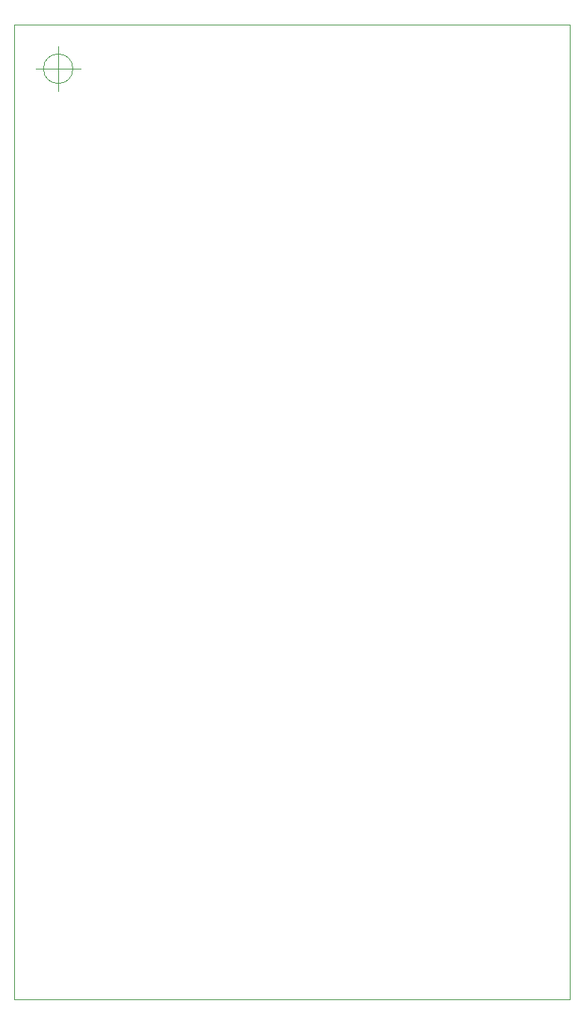
<source format=gbr>
%TF.GenerationSoftware,KiCad,Pcbnew,5.1.7-a382d34a8~88~ubuntu20.04.1*%
%TF.CreationDate,2021-03-10T12:52:40+00:00*%
%TF.ProjectId,spike_n_hold,7370696b-655f-46e5-9f68-6f6c642e6b69,rev?*%
%TF.SameCoordinates,Original*%
%TF.FileFunction,Profile,NP*%
%FSLAX46Y46*%
G04 Gerber Fmt 4.6, Leading zero omitted, Abs format (unit mm)*
G04 Created by KiCad (PCBNEW 5.1.7-a382d34a8~88~ubuntu20.04.1) date 2021-03-10 12:52:40*
%MOMM*%
%LPD*%
G01*
G04 APERTURE LIST*
%TA.AperFunction,Profile*%
%ADD10C,0.050000*%
%TD*%
G04 APERTURE END LIST*
D10*
X110666666Y-37500000D02*
G75*
G03*
X110666666Y-37500000I-1666666J0D01*
G01*
X106500000Y-37500000D02*
X111500000Y-37500000D01*
X109000000Y-35000000D02*
X109000000Y-40000000D01*
X104000000Y-143000000D02*
X104000000Y-32500000D01*
X167000000Y-143000000D02*
X104000000Y-143000000D01*
X167000000Y-32500000D02*
X167000000Y-143000000D01*
X104000000Y-32500000D02*
X167000000Y-32500000D01*
M02*

</source>
